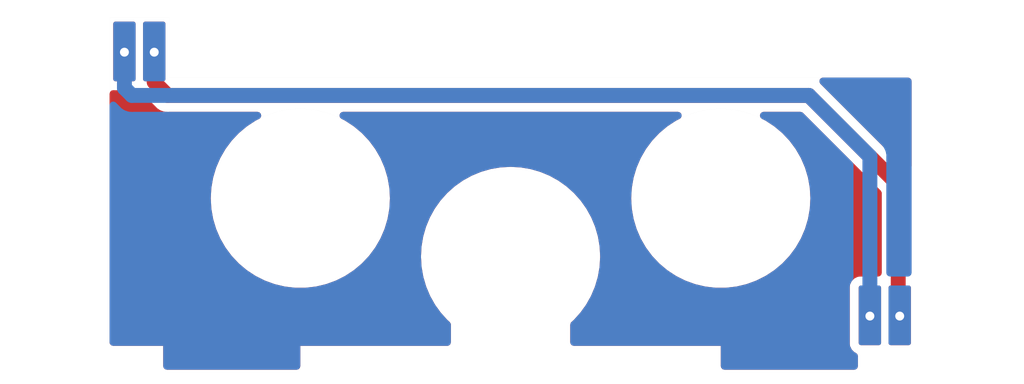
<source format=kicad_pcb>
(kicad_pcb (version 20221018) (generator pcbnew)
  (layers (0 "F.Cu" signal) (31 "B.Cu" signal) (34 "B.Paste" user) (35 "F.Paste" user) (36 "B.SilkS" user "B.Silkscreen") (37 "F.SilkS" user "F.Silkscreen") (38 "B.Mask" user) (39 "F.Mask" user) (44 "Edge.Cuts" user))
  (net 0 "")
  (net 1 "Net-(J1-Pin_1)")
  (net 2 "Net-(J1-Pin_2)")
  (footprint "uglyMotorGaurd_HS:uglyMotor" (layer "F.Cu") (at 87.55 89.825)
    (fp_text reference "J1" hide)
    (fp_text value "Conn_01x02" hide)
    (pad "1" smd roundrect (at -0.5 -1 90) (size 2 0.75) (layers "F.Cu" "F.Paste" "F.Mask") (roundrect_rratio 0.1) (net 1 "Net-(J1-Pin_1)"))
    (pad "2" smd roundrect (at 0.5 -1 90) (size 2 0.75) (layers "F.Cu" "F.Paste" "F.Mask") (roundrect_rratio 0.1) (net 2 "Net-(J1-Pin_2)"))
  )
  (footprint "uglyMotorGaurd_HS:uglyMotor" (layer "F.Cu") (at 112.55 96.675 180)
    (fp_text reference "J2" hide)
    (fp_text value "Conn_01x02" hide)
    (pad "1" smd roundrect (at -0.5 -1 270) (size 2 0.75) (layers "F.Cu" "F.Paste" "F.Mask") (roundrect_rratio 0.1) (net 2 "Net-(J1-Pin_2)"))
    (pad "2" smd roundrect (at 0.5 -1 270) (size 2 0.75) (layers "F.Cu" "F.Paste" "F.Mask") (roundrect_rratio 0.1) (net 1 "Net-(J1-Pin_1)"))
  )
  (footprint "uglyMotorGaurd_HS:uglyMotor" (layer "B.Cu") (at 112.55 96.675)
    (fp_text reference "J4" hide)
    (fp_text value "Conn_01x02")
    (pad "1" smd roundrect (at -0.5 1 270) (size 2 0.75) (layers "B.Cu" "B.Paste" "B.Mask") (roundrect_rratio 0.1) (net 1 "Net-(J1-Pin_1)"))
    (pad "2" smd roundrect (at 0.5 1 270) (size 2 0.75) (layers "B.Cu" "B.Paste" "B.Mask") (roundrect_rratio 0.1) (net 2 "Net-(J1-Pin_2)"))
  )
  (footprint "uglyMotorGaurd_HS:uglyMotor" (layer "B.Cu") (at 87.55 89.825 180)
    (fp_text reference "J3" hide)
    (fp_text value "Conn_01x02")
    (pad "1" smd roundrect (at -0.5 1 90) (size 2 0.75) (layers "B.Cu" "B.Paste" "B.Mask") (roundrect_rratio 0.1) (net 2 "Net-(J1-Pin_2)"))
    (pad "2" smd roundrect (at 0.5 1 90) (size 2 0.75) (layers "B.Cu" "B.Paste" "B.Mask") (roundrect_rratio 0.1) (net 1 "Net-(J1-Pin_1)"))
  )
  (gr_line (start 88.35 99.5) (end 92.95 99.5) (stroke (width 0.001)) (layer "Edge.Cuts"))
  (gr_arc (start 98 97.936068) (mid 100 92.7) (end 102 97.936068) (stroke (width 0.001)) (layer "Edge.Cuts"))
  (gr_line (start 86.55 98.7) (end 86.55 87.7) (stroke (width 0.001)) (layer "Edge.Cuts"))
  (gr_circle (center 107.05 93.75) (end 110.05 93.75) (stroke (width 0.001)) (fill none) (layer "Edge.Cuts"))
  (gr_line (start 107.05 98.7) (end 102 98.7) (stroke (width 0.001)) (layer "Edge.Cuts"))
  (gr_line (start 111.65 98.7) (end 111.65 99.5) (stroke (width 0.001)) (layer "Edge.Cuts"))
  (gr_line (start 88.55 89.7) (end 113.45 89.7) (stroke (width 0.001)) (layer "Edge.Cuts"))
  (gr_line (start 107.05 99.5) (end 107.05 98.7) (stroke (width 0.001)) (layer "Edge.Cuts"))
  (gr_line (start 88.55 87.7) (end 88.55 89.7) (stroke (width 0.001)) (layer "Edge.Cuts"))
  (gr_line (start 111.65 99.5) (end 107.05 99.5) (stroke (width 0.001)) (layer "Edge.Cuts"))
  (gr_line (start 98 98.7) (end 98 97.936068) (stroke (width 0.001)) (layer "Edge.Cuts"))
  (gr_circle (center 92.95 93.75) (end 95.95 93.75) (stroke (width 0.001)) (fill none) (layer "Edge.Cuts"))
  (gr_line (start 86.55 87.7) (end 88.55 87.7) (stroke (width 0.001)) (layer "Edge.Cuts"))
  (gr_line (start 102 98.7) (end 102 97.936068) (stroke (width 0.001)) (layer "Edge.Cuts"))
  (gr_line (start 92.95 98.7) (end 98 98.7) (stroke (width 0.001)) (layer "Edge.Cuts"))
  (gr_line (start 113.45 98.7) (end 111.65 98.7) (stroke (width 0.001)) (layer "Edge.Cuts"))
  (gr_line (start 86.55 98.7) (end 88.35 98.7) (stroke (width 0.001)) (layer "Edge.Cuts"))
  (gr_line (start 92.95 99.5) (end 92.95 98.7) (stroke (width 0.001)) (layer "Edge.Cuts"))
  (gr_line (start 88.35 98.7) (end 88.35 99.5) (stroke (width 0.001)) (layer "Edge.Cuts"))
  (gr_line (start 113.45 89.7) (end 113.45 98.7) (stroke (width 0.001)) (layer "Edge.Cuts"))
  (via (at 87.05 88.85) (size 0.6) (drill 0.3) (layers "F.Cu" "B.Cu") (net 1))
  (via (at 112.05 97.7) (size 0.6) (drill 0.3) (layers "F.Cu" "B.Cu") (net 1))
  (segment (start 87.3 90.3) (end 87.05 90.05) (width 0.5) (layer "B.Cu") (net 1))
  (segment (start 87.05 90.05) (end 87.05 88.825) (width 0.5) (layer "B.Cu") (net 1))
  (segment (start 110 90.3) (end 87.3 90.3) (width 0.5) (layer "B.Cu") (net 1))
  (segment (start 112.05 97.675) (end 112.05 92.35) (width 0.5) (layer "B.Cu") (net 1))
  (segment (start 112.05 92.35) (end 110 90.3) (width 0.5) (layer "B.Cu") (net 1))
  (segment (start 88.05 89.85) (end 88.05 88.85) (width 0.5) (layer "F.Cu") (net 2))
  (segment (start 113 93.3) (end 110 90.3) (width 0.5) (layer "F.Cu") (net 2))
  (segment (start 88.5 90.3) (end 88.05 89.85) (width 0.5) (layer "F.Cu") (net 2))
  (segment (start 110 90.3) (end 88.5 90.3) (width 0.5) (layer "F.Cu") (net 2))
  (segment (start 113 97.65) (end 113 93.3) (width 0.5) (layer "F.Cu") (net 2))
  (segment (start 113.05 97.7) (end 113 97.65) (width 0.5) (layer "F.Cu") (net 2))
  (via (at 113.05 97.7) (size 0.6) (drill 0.3) (layers "F.Cu" "B.Cu") (net 2))
  (via (at 88.05 88.85) (size 0.6) (drill 0.3) (layers "F.Cu" "B.Cu") (net 2))
  (zone (net 0) (net_name "") (layers "F&B.Cu") (connect_pads (clearance 0.3)) (min_thickness 0.25) (fill yes (thermal_gap 0.5) (thermal_bridge_width 0.5) (island_removal_mode 1) (island_area_min 10))
    (polygon (pts (xy 85.6 87.1) (xy 85.6 99.9) (xy 115.6 99.8) (xy 116.4 88.2)))
  )
)
</source>
